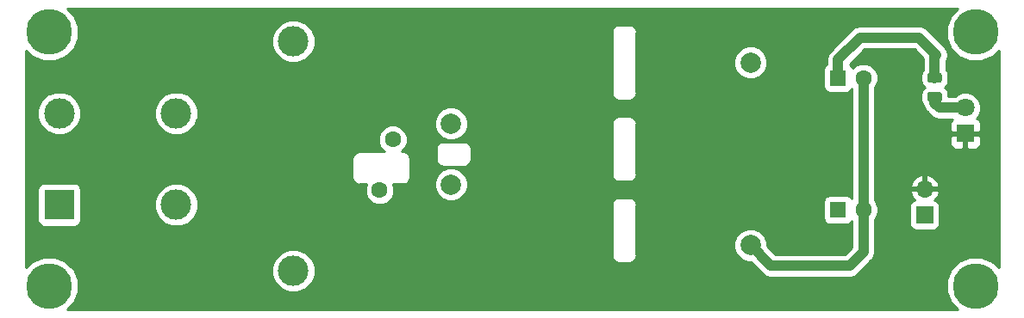
<source format=gbr>
G04 #@! TF.GenerationSoftware,KiCad,Pcbnew,(5.0.1)-3*
G04 #@! TF.CreationDate,2021-02-16T20:13:23+05:45*
G04 #@! TF.ProjectId,Power,506F7765722E6B696361645F70636200,rev?*
G04 #@! TF.SameCoordinates,Original*
G04 #@! TF.FileFunction,Copper,L1,Top,Signal*
G04 #@! TF.FilePolarity,Positive*
%FSLAX46Y46*%
G04 Gerber Fmt 4.6, Leading zero omitted, Abs format (unit mm)*
G04 Created by KiCad (PCBNEW (5.0.1)-3) date 2/16/2021 8:13:23 PM*
%MOMM*%
%LPD*%
G01*
G04 APERTURE LIST*
G04 #@! TA.AperFunction,WasherPad*
%ADD10C,4.500000*%
G04 #@! TD*
G04 #@! TA.AperFunction,ComponentPad*
%ADD11C,3.000000*%
G04 #@! TD*
G04 #@! TA.AperFunction,Conductor*
%ADD12C,0.100000*%
G04 #@! TD*
G04 #@! TA.AperFunction,SMDPad,CuDef*
%ADD13C,0.975000*%
G04 #@! TD*
G04 #@! TA.AperFunction,ComponentPad*
%ADD14C,1.600000*%
G04 #@! TD*
G04 #@! TA.AperFunction,ComponentPad*
%ADD15R,1.700000X1.700000*%
G04 #@! TD*
G04 #@! TA.AperFunction,ComponentPad*
%ADD16O,1.700000X1.700000*%
G04 #@! TD*
G04 #@! TA.AperFunction,ComponentPad*
%ADD17R,1.600000X1.600000*%
G04 #@! TD*
G04 #@! TA.AperFunction,ComponentPad*
%ADD18R,1.800000X1.800000*%
G04 #@! TD*
G04 #@! TA.AperFunction,ComponentPad*
%ADD19C,1.800000*%
G04 #@! TD*
G04 #@! TA.AperFunction,ComponentPad*
%ADD20R,3.000000X3.000000*%
G04 #@! TD*
G04 #@! TA.AperFunction,ComponentPad*
%ADD21C,2.000000*%
G04 #@! TD*
G04 #@! TA.AperFunction,Conductor*
%ADD22C,1.000000*%
G04 #@! TD*
G04 #@! TA.AperFunction,Conductor*
%ADD23C,0.254000*%
G04 #@! TD*
G04 APERTURE END LIST*
D10*
G04 #@! TO.P,MH2,*
G04 #@! TO.N,*
X148000000Y-68000000D03*
G04 #@! TD*
G04 #@! TO.P,MH2,*
G04 #@! TO.N,*
X239000000Y-68000000D03*
G04 #@! TD*
G04 #@! TO.P,MH2,*
G04 #@! TO.N,*
X239000000Y-43000000D03*
G04 #@! TD*
D11*
G04 #@! TO.P,F1,1*
G04 #@! TO.N,Net-(F1-Pad1)*
X172000000Y-66500000D03*
G04 #@! TO.P,F1,2*
G04 #@! TO.N,Net-(F1-Pad2)*
X172000000Y-43900000D03*
G04 #@! TD*
D12*
G04 #@! TO.N,5V*
G04 #@! TO.C,R1*
G36*
X235480142Y-47013674D02*
X235503803Y-47017184D01*
X235527007Y-47022996D01*
X235549529Y-47031054D01*
X235571153Y-47041282D01*
X235591670Y-47053579D01*
X235610883Y-47067829D01*
X235628607Y-47083893D01*
X235644671Y-47101617D01*
X235658921Y-47120830D01*
X235671218Y-47141347D01*
X235681446Y-47162971D01*
X235689504Y-47185493D01*
X235695316Y-47208697D01*
X235698826Y-47232358D01*
X235700000Y-47256250D01*
X235700000Y-47743750D01*
X235698826Y-47767642D01*
X235695316Y-47791303D01*
X235689504Y-47814507D01*
X235681446Y-47837029D01*
X235671218Y-47858653D01*
X235658921Y-47879170D01*
X235644671Y-47898383D01*
X235628607Y-47916107D01*
X235610883Y-47932171D01*
X235591670Y-47946421D01*
X235571153Y-47958718D01*
X235549529Y-47968946D01*
X235527007Y-47977004D01*
X235503803Y-47982816D01*
X235480142Y-47986326D01*
X235456250Y-47987500D01*
X234543750Y-47987500D01*
X234519858Y-47986326D01*
X234496197Y-47982816D01*
X234472993Y-47977004D01*
X234450471Y-47968946D01*
X234428847Y-47958718D01*
X234408330Y-47946421D01*
X234389117Y-47932171D01*
X234371393Y-47916107D01*
X234355329Y-47898383D01*
X234341079Y-47879170D01*
X234328782Y-47858653D01*
X234318554Y-47837029D01*
X234310496Y-47814507D01*
X234304684Y-47791303D01*
X234301174Y-47767642D01*
X234300000Y-47743750D01*
X234300000Y-47256250D01*
X234301174Y-47232358D01*
X234304684Y-47208697D01*
X234310496Y-47185493D01*
X234318554Y-47162971D01*
X234328782Y-47141347D01*
X234341079Y-47120830D01*
X234355329Y-47101617D01*
X234371393Y-47083893D01*
X234389117Y-47067829D01*
X234408330Y-47053579D01*
X234428847Y-47041282D01*
X234450471Y-47031054D01*
X234472993Y-47022996D01*
X234496197Y-47017184D01*
X234519858Y-47013674D01*
X234543750Y-47012500D01*
X235456250Y-47012500D01*
X235480142Y-47013674D01*
X235480142Y-47013674D01*
G37*
D13*
G04 #@! TD*
G04 #@! TO.P,R1,1*
G04 #@! TO.N,5V*
X235000000Y-47500000D03*
D12*
G04 #@! TO.N,Net-(D1-Pad2)*
G04 #@! TO.C,R1*
G36*
X235480142Y-48888674D02*
X235503803Y-48892184D01*
X235527007Y-48897996D01*
X235549529Y-48906054D01*
X235571153Y-48916282D01*
X235591670Y-48928579D01*
X235610883Y-48942829D01*
X235628607Y-48958893D01*
X235644671Y-48976617D01*
X235658921Y-48995830D01*
X235671218Y-49016347D01*
X235681446Y-49037971D01*
X235689504Y-49060493D01*
X235695316Y-49083697D01*
X235698826Y-49107358D01*
X235700000Y-49131250D01*
X235700000Y-49618750D01*
X235698826Y-49642642D01*
X235695316Y-49666303D01*
X235689504Y-49689507D01*
X235681446Y-49712029D01*
X235671218Y-49733653D01*
X235658921Y-49754170D01*
X235644671Y-49773383D01*
X235628607Y-49791107D01*
X235610883Y-49807171D01*
X235591670Y-49821421D01*
X235571153Y-49833718D01*
X235549529Y-49843946D01*
X235527007Y-49852004D01*
X235503803Y-49857816D01*
X235480142Y-49861326D01*
X235456250Y-49862500D01*
X234543750Y-49862500D01*
X234519858Y-49861326D01*
X234496197Y-49857816D01*
X234472993Y-49852004D01*
X234450471Y-49843946D01*
X234428847Y-49833718D01*
X234408330Y-49821421D01*
X234389117Y-49807171D01*
X234371393Y-49791107D01*
X234355329Y-49773383D01*
X234341079Y-49754170D01*
X234328782Y-49733653D01*
X234318554Y-49712029D01*
X234310496Y-49689507D01*
X234304684Y-49666303D01*
X234301174Y-49642642D01*
X234300000Y-49618750D01*
X234300000Y-49131250D01*
X234301174Y-49107358D01*
X234304684Y-49083697D01*
X234310496Y-49060493D01*
X234318554Y-49037971D01*
X234328782Y-49016347D01*
X234341079Y-48995830D01*
X234355329Y-48976617D01*
X234371393Y-48958893D01*
X234389117Y-48942829D01*
X234408330Y-48928579D01*
X234428847Y-48916282D01*
X234450471Y-48906054D01*
X234472993Y-48897996D01*
X234496197Y-48892184D01*
X234519858Y-48888674D01*
X234543750Y-48887500D01*
X235456250Y-48887500D01*
X235480142Y-48888674D01*
X235480142Y-48888674D01*
G37*
D13*
G04 #@! TD*
G04 #@! TO.P,R1,2*
G04 #@! TO.N,Net-(D1-Pad2)*
X235000000Y-49375000D03*
D14*
G04 #@! TO.P,RV1,1*
G04 #@! TO.N,Net-(F1-Pad1)*
X180480000Y-58590000D03*
G04 #@! TO.P,RV1,2*
G04 #@! TO.N,Net-(J2-Pad1)*
X181780000Y-53590000D03*
G04 #@! TD*
D15*
G04 #@! TO.P,J1,1*
G04 #@! TO.N,5V*
X234000000Y-61000000D03*
D16*
G04 #@! TO.P,J1,2*
G04 #@! TO.N,GND*
X234000000Y-58460000D03*
G04 #@! TD*
D17*
G04 #@! TO.P,C1,1*
G04 #@! TO.N,5V*
X225500000Y-47500000D03*
D14*
G04 #@! TO.P,C1,2*
G04 #@! TO.N,Net-(C1-Pad2)*
X228000000Y-47500000D03*
G04 #@! TD*
G04 #@! TO.P,C2,2*
G04 #@! TO.N,Net-(C1-Pad2)*
X228000000Y-60500000D03*
D17*
G04 #@! TO.P,C2,1*
G04 #@! TO.N,5V*
X225500000Y-60500000D03*
G04 #@! TD*
D18*
G04 #@! TO.P,D1,1*
G04 #@! TO.N,GND*
X238000000Y-53000000D03*
D19*
G04 #@! TO.P,D1,2*
G04 #@! TO.N,Net-(D1-Pad2)*
X238000000Y-50460000D03*
G04 #@! TD*
D20*
G04 #@! TO.P,J2,1*
G04 #@! TO.N,Net-(J2-Pad1)*
X149000000Y-60000000D03*
D11*
G04 #@! TO.P,J2,2*
G04 #@! TO.N,Net-(F1-Pad2)*
X149000000Y-51000000D03*
G04 #@! TO.P,J2,1*
G04 #@! TO.N,Net-(J2-Pad1)*
X160500000Y-60000000D03*
G04 #@! TO.P,J2,2*
G04 #@! TO.N,Net-(F1-Pad2)*
X160500000Y-51000000D03*
G04 #@! TD*
D21*
G04 #@! TO.P,PS1,4*
G04 #@! TO.N,5V*
X216900000Y-46000000D03*
G04 #@! TO.P,PS1,3*
G04 #@! TO.N,Net-(C1-Pad2)*
X216900000Y-64000000D03*
G04 #@! TO.P,PS1,2*
G04 #@! TO.N,Net-(F1-Pad1)*
X187500000Y-52000000D03*
G04 #@! TO.P,PS1,1*
G04 #@! TO.N,Net-(J2-Pad1)*
X187500000Y-58000000D03*
G04 #@! TD*
D10*
G04 #@! TO.P,MH1,*
G04 #@! TO.N,*
X148000000Y-43000000D03*
G04 #@! TD*
D22*
G04 #@! TO.N,Net-(C1-Pad2)*
X228000000Y-47500000D02*
X228000000Y-60500000D01*
X228000000Y-64650000D02*
X228000000Y-60500000D01*
X226630000Y-66020000D02*
X228000000Y-64650000D01*
X216900000Y-64000000D02*
X218920000Y-66020000D01*
X218920000Y-66020000D02*
X226630000Y-66020000D01*
G04 #@! TO.N,5V*
X225500000Y-45700000D02*
X227650000Y-43550000D01*
X225500000Y-47500000D02*
X225500000Y-45700000D01*
X227650000Y-43550000D02*
X233460000Y-43550000D01*
X233460000Y-43550000D02*
X235140000Y-45230000D01*
X235000000Y-45370000D02*
X235000000Y-47500000D01*
X235140000Y-45230000D02*
X235000000Y-45370000D01*
G04 #@! TO.N,Net-(D1-Pad2)*
X235000000Y-49375000D02*
X235000000Y-50000000D01*
X235460000Y-50460000D02*
X238000000Y-50460000D01*
X235000000Y-50000000D02*
X235460000Y-50460000D01*
G04 #@! TD*
D23*
G04 #@! TO.N,GND*
G36*
X236554216Y-41365779D02*
X236115000Y-42426138D01*
X236115000Y-43573862D01*
X236554216Y-44634221D01*
X237365779Y-45445784D01*
X238426138Y-45885000D01*
X239573862Y-45885000D01*
X240634221Y-45445784D01*
X241290000Y-44790005D01*
X241290001Y-66209996D01*
X240634221Y-65554216D01*
X239573862Y-65115000D01*
X238426138Y-65115000D01*
X237365779Y-65554216D01*
X236554216Y-66365779D01*
X236115000Y-67426138D01*
X236115000Y-68573862D01*
X236554216Y-69634221D01*
X237209995Y-70290000D01*
X149790005Y-70290000D01*
X150445784Y-69634221D01*
X150885000Y-68573862D01*
X150885000Y-67426138D01*
X150445784Y-66365779D01*
X150155327Y-66075322D01*
X169865000Y-66075322D01*
X169865000Y-66924678D01*
X170190034Y-67709380D01*
X170790620Y-68309966D01*
X171575322Y-68635000D01*
X172424678Y-68635000D01*
X173209380Y-68309966D01*
X173809966Y-67709380D01*
X174135000Y-66924678D01*
X174135000Y-66075322D01*
X173809966Y-65290620D01*
X173209380Y-64690034D01*
X172424678Y-64365000D01*
X171575322Y-64365000D01*
X170790620Y-64690034D01*
X170190034Y-65290620D01*
X169865000Y-66075322D01*
X150155327Y-66075322D01*
X149634221Y-65554216D01*
X148573862Y-65115000D01*
X147426138Y-65115000D01*
X146365779Y-65554216D01*
X145710000Y-66209995D01*
X145710000Y-58500000D01*
X146852560Y-58500000D01*
X146852560Y-61500000D01*
X146901843Y-61747765D01*
X147042191Y-61957809D01*
X147252235Y-62098157D01*
X147500000Y-62147440D01*
X150500000Y-62147440D01*
X150747765Y-62098157D01*
X150957809Y-61957809D01*
X151098157Y-61747765D01*
X151147440Y-61500000D01*
X151147440Y-59575322D01*
X158365000Y-59575322D01*
X158365000Y-60424678D01*
X158690034Y-61209380D01*
X159290620Y-61809966D01*
X160075322Y-62135000D01*
X160924678Y-62135000D01*
X161709380Y-61809966D01*
X162309966Y-61209380D01*
X162635000Y-60424678D01*
X162635000Y-59575322D01*
X162309966Y-58790620D01*
X161709380Y-58190034D01*
X160924678Y-57865000D01*
X160075322Y-57865000D01*
X159290620Y-58190034D01*
X158690034Y-58790620D01*
X158365000Y-59575322D01*
X151147440Y-59575322D01*
X151147440Y-58500000D01*
X151098157Y-58252235D01*
X150957809Y-58042191D01*
X150747765Y-57901843D01*
X150500000Y-57852560D01*
X147500000Y-57852560D01*
X147252235Y-57901843D01*
X147042191Y-58042191D01*
X146901843Y-58252235D01*
X146852560Y-58500000D01*
X145710000Y-58500000D01*
X145710000Y-55500000D01*
X177750601Y-55500000D01*
X177765001Y-55572393D01*
X177765000Y-57177611D01*
X177750601Y-57250000D01*
X177807646Y-57536783D01*
X177912078Y-57693076D01*
X177970095Y-57779905D01*
X178213217Y-57942354D01*
X178500000Y-57999399D01*
X178572388Y-57985000D01*
X179177367Y-57985000D01*
X179045000Y-58304561D01*
X179045000Y-58875439D01*
X179263466Y-59402862D01*
X179667138Y-59806534D01*
X180194561Y-60025000D01*
X180765439Y-60025000D01*
X180825794Y-60000000D01*
X203276091Y-60000000D01*
X203290001Y-60069931D01*
X203290000Y-64930074D01*
X203276091Y-65000000D01*
X203331195Y-65277028D01*
X203488119Y-65511881D01*
X203722972Y-65668805D01*
X204000000Y-65723909D01*
X204069925Y-65710000D01*
X204930075Y-65710000D01*
X205000000Y-65723909D01*
X205277028Y-65668805D01*
X205511881Y-65511881D01*
X205668805Y-65277028D01*
X205710000Y-65069926D01*
X205710000Y-65069925D01*
X205723909Y-65000000D01*
X205710000Y-64930074D01*
X205710000Y-63674778D01*
X215265000Y-63674778D01*
X215265000Y-64325222D01*
X215513914Y-64926153D01*
X215973847Y-65386086D01*
X216574778Y-65635000D01*
X216929869Y-65635000D01*
X218038389Y-66743521D01*
X218101711Y-66838289D01*
X218477145Y-67089146D01*
X218808217Y-67155000D01*
X218919999Y-67177235D01*
X219031781Y-67155000D01*
X226518217Y-67155000D01*
X226630000Y-67177235D01*
X226741783Y-67155000D01*
X227072855Y-67089146D01*
X227448289Y-66838289D01*
X227511612Y-66743519D01*
X228723524Y-65531609D01*
X228818289Y-65468289D01*
X229069146Y-65092855D01*
X229135000Y-64761783D01*
X229135000Y-64761782D01*
X229157235Y-64650000D01*
X229135000Y-64538217D01*
X229135000Y-61394396D01*
X229216534Y-61312862D01*
X229435000Y-60785439D01*
X229435000Y-60214561D01*
X229408258Y-60150000D01*
X232502560Y-60150000D01*
X232502560Y-61850000D01*
X232551843Y-62097765D01*
X232692191Y-62307809D01*
X232902235Y-62448157D01*
X233150000Y-62497440D01*
X234850000Y-62497440D01*
X235097765Y-62448157D01*
X235307809Y-62307809D01*
X235448157Y-62097765D01*
X235497440Y-61850000D01*
X235497440Y-60150000D01*
X235448157Y-59902235D01*
X235307809Y-59692191D01*
X235097765Y-59551843D01*
X234994292Y-59531261D01*
X235271645Y-59226924D01*
X235441476Y-58816890D01*
X235320155Y-58587000D01*
X234127000Y-58587000D01*
X234127000Y-58607000D01*
X233873000Y-58607000D01*
X233873000Y-58587000D01*
X232679845Y-58587000D01*
X232558524Y-58816890D01*
X232728355Y-59226924D01*
X233005708Y-59531261D01*
X232902235Y-59551843D01*
X232692191Y-59692191D01*
X232551843Y-59902235D01*
X232502560Y-60150000D01*
X229408258Y-60150000D01*
X229216534Y-59687138D01*
X229135000Y-59605604D01*
X229135000Y-58103110D01*
X232558524Y-58103110D01*
X232679845Y-58333000D01*
X233873000Y-58333000D01*
X233873000Y-57139181D01*
X234127000Y-57139181D01*
X234127000Y-58333000D01*
X235320155Y-58333000D01*
X235441476Y-58103110D01*
X235271645Y-57693076D01*
X234881358Y-57264817D01*
X234356892Y-57018514D01*
X234127000Y-57139181D01*
X233873000Y-57139181D01*
X233643108Y-57018514D01*
X233118642Y-57264817D01*
X232728355Y-57693076D01*
X232558524Y-58103110D01*
X229135000Y-58103110D01*
X229135000Y-53285750D01*
X236465000Y-53285750D01*
X236465000Y-54026309D01*
X236561673Y-54259698D01*
X236740301Y-54438327D01*
X236973690Y-54535000D01*
X237714250Y-54535000D01*
X237873000Y-54376250D01*
X237873000Y-53127000D01*
X238127000Y-53127000D01*
X238127000Y-54376250D01*
X238285750Y-54535000D01*
X239026310Y-54535000D01*
X239259699Y-54438327D01*
X239438327Y-54259698D01*
X239535000Y-54026309D01*
X239535000Y-53285750D01*
X239376250Y-53127000D01*
X238127000Y-53127000D01*
X237873000Y-53127000D01*
X236623750Y-53127000D01*
X236465000Y-53285750D01*
X229135000Y-53285750D01*
X229135000Y-48394396D01*
X229216534Y-48312862D01*
X229435000Y-47785439D01*
X229435000Y-47214561D01*
X229216534Y-46687138D01*
X228812862Y-46283466D01*
X228285439Y-46065000D01*
X227714561Y-46065000D01*
X227187138Y-46283466D01*
X226918101Y-46552503D01*
X226898157Y-46452235D01*
X226757809Y-46242191D01*
X226640994Y-46164137D01*
X228120132Y-44685000D01*
X232989869Y-44685000D01*
X233865000Y-45560132D01*
X233865001Y-46698794D01*
X233720398Y-46915206D01*
X233652560Y-47256250D01*
X233652560Y-47743750D01*
X233720398Y-48084794D01*
X233913584Y-48373916D01*
X234008744Y-48437500D01*
X233913584Y-48501084D01*
X233720398Y-48790206D01*
X233652560Y-49131250D01*
X233652560Y-49618750D01*
X233720398Y-49959794D01*
X233883246Y-50203512D01*
X233930854Y-50442855D01*
X234181712Y-50818289D01*
X234276480Y-50881611D01*
X234578387Y-51183518D01*
X234641711Y-51278289D01*
X235017145Y-51529146D01*
X235348217Y-51595000D01*
X235459999Y-51617235D01*
X235571781Y-51595000D01*
X236706974Y-51595000D01*
X236561673Y-51740302D01*
X236465000Y-51973691D01*
X236465000Y-52714250D01*
X236623750Y-52873000D01*
X237873000Y-52873000D01*
X237873000Y-52853000D01*
X238127000Y-52853000D01*
X238127000Y-52873000D01*
X239376250Y-52873000D01*
X239535000Y-52714250D01*
X239535000Y-51973691D01*
X239438327Y-51740302D01*
X239259699Y-51561673D01*
X239124956Y-51505861D01*
X239301310Y-51329507D01*
X239535000Y-50765330D01*
X239535000Y-50154670D01*
X239301310Y-49590493D01*
X238869507Y-49158690D01*
X238305330Y-48925000D01*
X237694670Y-48925000D01*
X237130493Y-49158690D01*
X236964183Y-49325000D01*
X236347440Y-49325000D01*
X236347440Y-49131250D01*
X236279602Y-48790206D01*
X236086416Y-48501084D01*
X235991256Y-48437500D01*
X236086416Y-48373916D01*
X236279602Y-48084794D01*
X236347440Y-47743750D01*
X236347440Y-47256250D01*
X236279602Y-46915206D01*
X236135000Y-46698795D01*
X236135000Y-45783821D01*
X236209146Y-45672854D01*
X236297235Y-45230000D01*
X236209146Y-44787145D01*
X236021608Y-44506476D01*
X236021607Y-44506475D01*
X235958288Y-44411712D01*
X235863525Y-44348393D01*
X234341613Y-42826482D01*
X234278289Y-42731711D01*
X233902855Y-42480854D01*
X233571783Y-42415000D01*
X233460000Y-42392765D01*
X233348217Y-42415000D01*
X227761782Y-42415000D01*
X227649999Y-42392765D01*
X227207145Y-42480854D01*
X226831711Y-42731711D01*
X226768389Y-42826479D01*
X224776480Y-44818389D01*
X224681712Y-44881711D01*
X224496085Y-45159522D01*
X224430854Y-45257146D01*
X224342765Y-45700000D01*
X224365001Y-45811788D01*
X224365001Y-46160132D01*
X224242191Y-46242191D01*
X224101843Y-46452235D01*
X224052560Y-46700000D01*
X224052560Y-48300000D01*
X224101843Y-48547765D01*
X224242191Y-48757809D01*
X224452235Y-48898157D01*
X224700000Y-48947440D01*
X226300000Y-48947440D01*
X226547765Y-48898157D01*
X226757809Y-48757809D01*
X226865000Y-48597387D01*
X226865001Y-59402614D01*
X226757809Y-59242191D01*
X226547765Y-59101843D01*
X226300000Y-59052560D01*
X224700000Y-59052560D01*
X224452235Y-59101843D01*
X224242191Y-59242191D01*
X224101843Y-59452235D01*
X224052560Y-59700000D01*
X224052560Y-61300000D01*
X224101843Y-61547765D01*
X224242191Y-61757809D01*
X224452235Y-61898157D01*
X224700000Y-61947440D01*
X226300000Y-61947440D01*
X226547765Y-61898157D01*
X226757809Y-61757809D01*
X226865001Y-61597386D01*
X226865000Y-64179867D01*
X226159868Y-64885000D01*
X219390132Y-64885000D01*
X218535000Y-64029869D01*
X218535000Y-63674778D01*
X218286086Y-63073847D01*
X217826153Y-62613914D01*
X217225222Y-62365000D01*
X216574778Y-62365000D01*
X215973847Y-62613914D01*
X215513914Y-63073847D01*
X215265000Y-63674778D01*
X205710000Y-63674778D01*
X205710000Y-60069926D01*
X205723909Y-60000000D01*
X205704314Y-59901486D01*
X205668805Y-59722972D01*
X205511881Y-59488119D01*
X205277028Y-59331195D01*
X205069926Y-59290000D01*
X205069925Y-59290000D01*
X205000000Y-59276091D01*
X204930074Y-59290000D01*
X204069926Y-59290000D01*
X204000000Y-59276091D01*
X203930075Y-59290000D01*
X203930074Y-59290000D01*
X203722972Y-59331195D01*
X203488119Y-59488119D01*
X203331195Y-59722972D01*
X203276091Y-60000000D01*
X180825794Y-60000000D01*
X181292862Y-59806534D01*
X181696534Y-59402862D01*
X181915000Y-58875439D01*
X181915000Y-58304561D01*
X181782633Y-57985000D01*
X182677612Y-57985000D01*
X182750000Y-57999399D01*
X182822388Y-57985000D01*
X183036783Y-57942354D01*
X183279905Y-57779905D01*
X183350148Y-57674778D01*
X185865000Y-57674778D01*
X185865000Y-58325222D01*
X186113914Y-58926153D01*
X186573847Y-59386086D01*
X187174778Y-59635000D01*
X187825222Y-59635000D01*
X188426153Y-59386086D01*
X188886086Y-58926153D01*
X189135000Y-58325222D01*
X189135000Y-57674778D01*
X188886086Y-57073847D01*
X188426153Y-56613914D01*
X187825222Y-56365000D01*
X187174778Y-56365000D01*
X186573847Y-56613914D01*
X186113914Y-57073847D01*
X185865000Y-57674778D01*
X183350148Y-57674778D01*
X183442354Y-57536783D01*
X183499399Y-57250000D01*
X183485000Y-57177612D01*
X183485000Y-55572387D01*
X183499399Y-55500000D01*
X183442354Y-55213217D01*
X183279905Y-54970095D01*
X183036783Y-54807646D01*
X182822388Y-54765000D01*
X182750000Y-54750601D01*
X182677612Y-54765000D01*
X182634396Y-54765000D01*
X182899396Y-54500000D01*
X186000601Y-54500000D01*
X186015001Y-54572393D01*
X186015000Y-55427611D01*
X186000601Y-55500000D01*
X186057646Y-55786783D01*
X186220095Y-56029905D01*
X186463217Y-56192354D01*
X186750000Y-56249399D01*
X186822388Y-56235000D01*
X188677612Y-56235000D01*
X188750000Y-56249399D01*
X188822388Y-56235000D01*
X189036783Y-56192354D01*
X189279905Y-56029905D01*
X189442354Y-55786783D01*
X189499399Y-55500000D01*
X189485000Y-55427612D01*
X189485000Y-54572388D01*
X189499399Y-54500000D01*
X189442354Y-54213217D01*
X189279905Y-53970095D01*
X189036783Y-53807646D01*
X188822388Y-53765000D01*
X188750000Y-53750601D01*
X188677612Y-53765000D01*
X186822388Y-53765000D01*
X186750000Y-53750601D01*
X186677612Y-53765000D01*
X186463217Y-53807646D01*
X186220095Y-53970095D01*
X186057646Y-54213217D01*
X186000601Y-54500000D01*
X182899396Y-54500000D01*
X182996534Y-54402862D01*
X183215000Y-53875439D01*
X183215000Y-53304561D01*
X182996534Y-52777138D01*
X182592862Y-52373466D01*
X182065439Y-52155000D01*
X181494561Y-52155000D01*
X180967138Y-52373466D01*
X180563466Y-52777138D01*
X180345000Y-53304561D01*
X180345000Y-53875439D01*
X180563466Y-54402862D01*
X180925604Y-54765000D01*
X178572388Y-54765000D01*
X178500000Y-54750601D01*
X178427612Y-54765000D01*
X178213217Y-54807646D01*
X177970095Y-54970095D01*
X177807646Y-55213217D01*
X177750601Y-55500000D01*
X145710000Y-55500000D01*
X145710000Y-50575322D01*
X146865000Y-50575322D01*
X146865000Y-51424678D01*
X147190034Y-52209380D01*
X147790620Y-52809966D01*
X148575322Y-53135000D01*
X149424678Y-53135000D01*
X150209380Y-52809966D01*
X150809966Y-52209380D01*
X151135000Y-51424678D01*
X151135000Y-50575322D01*
X158365000Y-50575322D01*
X158365000Y-51424678D01*
X158690034Y-52209380D01*
X159290620Y-52809966D01*
X160075322Y-53135000D01*
X160924678Y-53135000D01*
X161709380Y-52809966D01*
X162309966Y-52209380D01*
X162531405Y-51674778D01*
X185865000Y-51674778D01*
X185865000Y-52325222D01*
X186113914Y-52926153D01*
X186573847Y-53386086D01*
X187174778Y-53635000D01*
X187825222Y-53635000D01*
X188426153Y-53386086D01*
X188886086Y-52926153D01*
X189135000Y-52325222D01*
X189135000Y-52000000D01*
X203276091Y-52000000D01*
X203290001Y-52069931D01*
X203290000Y-56930074D01*
X203276091Y-57000000D01*
X203331195Y-57277028D01*
X203488119Y-57511881D01*
X203722972Y-57668805D01*
X204000000Y-57723909D01*
X204069925Y-57710000D01*
X204930075Y-57710000D01*
X205000000Y-57723909D01*
X205277028Y-57668805D01*
X205511881Y-57511881D01*
X205668805Y-57277028D01*
X205710000Y-57069926D01*
X205710000Y-57069925D01*
X205723909Y-57000000D01*
X205710000Y-56930074D01*
X205710000Y-52069926D01*
X205723909Y-52000000D01*
X205668805Y-51722972D01*
X205511881Y-51488119D01*
X205277028Y-51331195D01*
X205069926Y-51290000D01*
X205069925Y-51290000D01*
X205000000Y-51276091D01*
X204930074Y-51290000D01*
X204069926Y-51290000D01*
X204000000Y-51276091D01*
X203930075Y-51290000D01*
X203930074Y-51290000D01*
X203722972Y-51331195D01*
X203488119Y-51488119D01*
X203331195Y-51722972D01*
X203276091Y-52000000D01*
X189135000Y-52000000D01*
X189135000Y-51674778D01*
X188886086Y-51073847D01*
X188426153Y-50613914D01*
X187825222Y-50365000D01*
X187174778Y-50365000D01*
X186573847Y-50613914D01*
X186113914Y-51073847D01*
X185865000Y-51674778D01*
X162531405Y-51674778D01*
X162635000Y-51424678D01*
X162635000Y-50575322D01*
X162309966Y-49790620D01*
X161709380Y-49190034D01*
X160924678Y-48865000D01*
X160075322Y-48865000D01*
X159290620Y-49190034D01*
X158690034Y-49790620D01*
X158365000Y-50575322D01*
X151135000Y-50575322D01*
X150809966Y-49790620D01*
X150209380Y-49190034D01*
X149424678Y-48865000D01*
X148575322Y-48865000D01*
X147790620Y-49190034D01*
X147190034Y-49790620D01*
X146865000Y-50575322D01*
X145710000Y-50575322D01*
X145710000Y-44790005D01*
X146365779Y-45445784D01*
X147426138Y-45885000D01*
X148573862Y-45885000D01*
X149634221Y-45445784D01*
X150445784Y-44634221D01*
X150885000Y-43573862D01*
X150885000Y-43475322D01*
X169865000Y-43475322D01*
X169865000Y-44324678D01*
X170190034Y-45109380D01*
X170790620Y-45709966D01*
X171575322Y-46035000D01*
X172424678Y-46035000D01*
X173209380Y-45709966D01*
X173809966Y-45109380D01*
X174135000Y-44324678D01*
X174135000Y-43475322D01*
X173938116Y-43000000D01*
X203276091Y-43000000D01*
X203290001Y-43069931D01*
X203290000Y-48930074D01*
X203276091Y-49000000D01*
X203331195Y-49277028D01*
X203488119Y-49511881D01*
X203648060Y-49618750D01*
X203722972Y-49668805D01*
X204000000Y-49723909D01*
X204069925Y-49710000D01*
X204930075Y-49710000D01*
X205000000Y-49723909D01*
X205277028Y-49668805D01*
X205511881Y-49511881D01*
X205668805Y-49277028D01*
X205710000Y-49069926D01*
X205710000Y-49069925D01*
X205723909Y-49000000D01*
X205710000Y-48930074D01*
X205710000Y-45674778D01*
X215265000Y-45674778D01*
X215265000Y-46325222D01*
X215513914Y-46926153D01*
X215973847Y-47386086D01*
X216574778Y-47635000D01*
X217225222Y-47635000D01*
X217826153Y-47386086D01*
X218286086Y-46926153D01*
X218535000Y-46325222D01*
X218535000Y-45674778D01*
X218286086Y-45073847D01*
X217826153Y-44613914D01*
X217225222Y-44365000D01*
X216574778Y-44365000D01*
X215973847Y-44613914D01*
X215513914Y-45073847D01*
X215265000Y-45674778D01*
X205710000Y-45674778D01*
X205710000Y-43069926D01*
X205723909Y-43000000D01*
X205668805Y-42722972D01*
X205511881Y-42488119D01*
X205277028Y-42331195D01*
X205069926Y-42290000D01*
X205069925Y-42290000D01*
X205000000Y-42276091D01*
X204930074Y-42290000D01*
X204069926Y-42290000D01*
X204000000Y-42276091D01*
X203930075Y-42290000D01*
X203930074Y-42290000D01*
X203722972Y-42331195D01*
X203488119Y-42488119D01*
X203331195Y-42722972D01*
X203276091Y-43000000D01*
X173938116Y-43000000D01*
X173809966Y-42690620D01*
X173209380Y-42090034D01*
X172424678Y-41765000D01*
X171575322Y-41765000D01*
X170790620Y-42090034D01*
X170190034Y-42690620D01*
X169865000Y-43475322D01*
X150885000Y-43475322D01*
X150885000Y-42426138D01*
X150445784Y-41365779D01*
X149790005Y-40710000D01*
X237209995Y-40710000D01*
X236554216Y-41365779D01*
X236554216Y-41365779D01*
G37*
X236554216Y-41365779D02*
X236115000Y-42426138D01*
X236115000Y-43573862D01*
X236554216Y-44634221D01*
X237365779Y-45445784D01*
X238426138Y-45885000D01*
X239573862Y-45885000D01*
X240634221Y-45445784D01*
X241290000Y-44790005D01*
X241290001Y-66209996D01*
X240634221Y-65554216D01*
X239573862Y-65115000D01*
X238426138Y-65115000D01*
X237365779Y-65554216D01*
X236554216Y-66365779D01*
X236115000Y-67426138D01*
X236115000Y-68573862D01*
X236554216Y-69634221D01*
X237209995Y-70290000D01*
X149790005Y-70290000D01*
X150445784Y-69634221D01*
X150885000Y-68573862D01*
X150885000Y-67426138D01*
X150445784Y-66365779D01*
X150155327Y-66075322D01*
X169865000Y-66075322D01*
X169865000Y-66924678D01*
X170190034Y-67709380D01*
X170790620Y-68309966D01*
X171575322Y-68635000D01*
X172424678Y-68635000D01*
X173209380Y-68309966D01*
X173809966Y-67709380D01*
X174135000Y-66924678D01*
X174135000Y-66075322D01*
X173809966Y-65290620D01*
X173209380Y-64690034D01*
X172424678Y-64365000D01*
X171575322Y-64365000D01*
X170790620Y-64690034D01*
X170190034Y-65290620D01*
X169865000Y-66075322D01*
X150155327Y-66075322D01*
X149634221Y-65554216D01*
X148573862Y-65115000D01*
X147426138Y-65115000D01*
X146365779Y-65554216D01*
X145710000Y-66209995D01*
X145710000Y-58500000D01*
X146852560Y-58500000D01*
X146852560Y-61500000D01*
X146901843Y-61747765D01*
X147042191Y-61957809D01*
X147252235Y-62098157D01*
X147500000Y-62147440D01*
X150500000Y-62147440D01*
X150747765Y-62098157D01*
X150957809Y-61957809D01*
X151098157Y-61747765D01*
X151147440Y-61500000D01*
X151147440Y-59575322D01*
X158365000Y-59575322D01*
X158365000Y-60424678D01*
X158690034Y-61209380D01*
X159290620Y-61809966D01*
X160075322Y-62135000D01*
X160924678Y-62135000D01*
X161709380Y-61809966D01*
X162309966Y-61209380D01*
X162635000Y-60424678D01*
X162635000Y-59575322D01*
X162309966Y-58790620D01*
X161709380Y-58190034D01*
X160924678Y-57865000D01*
X160075322Y-57865000D01*
X159290620Y-58190034D01*
X158690034Y-58790620D01*
X158365000Y-59575322D01*
X151147440Y-59575322D01*
X151147440Y-58500000D01*
X151098157Y-58252235D01*
X150957809Y-58042191D01*
X150747765Y-57901843D01*
X150500000Y-57852560D01*
X147500000Y-57852560D01*
X147252235Y-57901843D01*
X147042191Y-58042191D01*
X146901843Y-58252235D01*
X146852560Y-58500000D01*
X145710000Y-58500000D01*
X145710000Y-55500000D01*
X177750601Y-55500000D01*
X177765001Y-55572393D01*
X177765000Y-57177611D01*
X177750601Y-57250000D01*
X177807646Y-57536783D01*
X177912078Y-57693076D01*
X177970095Y-57779905D01*
X178213217Y-57942354D01*
X178500000Y-57999399D01*
X178572388Y-57985000D01*
X179177367Y-57985000D01*
X179045000Y-58304561D01*
X179045000Y-58875439D01*
X179263466Y-59402862D01*
X179667138Y-59806534D01*
X180194561Y-60025000D01*
X180765439Y-60025000D01*
X180825794Y-60000000D01*
X203276091Y-60000000D01*
X203290001Y-60069931D01*
X203290000Y-64930074D01*
X203276091Y-65000000D01*
X203331195Y-65277028D01*
X203488119Y-65511881D01*
X203722972Y-65668805D01*
X204000000Y-65723909D01*
X204069925Y-65710000D01*
X204930075Y-65710000D01*
X205000000Y-65723909D01*
X205277028Y-65668805D01*
X205511881Y-65511881D01*
X205668805Y-65277028D01*
X205710000Y-65069926D01*
X205710000Y-65069925D01*
X205723909Y-65000000D01*
X205710000Y-64930074D01*
X205710000Y-63674778D01*
X215265000Y-63674778D01*
X215265000Y-64325222D01*
X215513914Y-64926153D01*
X215973847Y-65386086D01*
X216574778Y-65635000D01*
X216929869Y-65635000D01*
X218038389Y-66743521D01*
X218101711Y-66838289D01*
X218477145Y-67089146D01*
X218808217Y-67155000D01*
X218919999Y-67177235D01*
X219031781Y-67155000D01*
X226518217Y-67155000D01*
X226630000Y-67177235D01*
X226741783Y-67155000D01*
X227072855Y-67089146D01*
X227448289Y-66838289D01*
X227511612Y-66743519D01*
X228723524Y-65531609D01*
X228818289Y-65468289D01*
X229069146Y-65092855D01*
X229135000Y-64761783D01*
X229135000Y-64761782D01*
X229157235Y-64650000D01*
X229135000Y-64538217D01*
X229135000Y-61394396D01*
X229216534Y-61312862D01*
X229435000Y-60785439D01*
X229435000Y-60214561D01*
X229408258Y-60150000D01*
X232502560Y-60150000D01*
X232502560Y-61850000D01*
X232551843Y-62097765D01*
X232692191Y-62307809D01*
X232902235Y-62448157D01*
X233150000Y-62497440D01*
X234850000Y-62497440D01*
X235097765Y-62448157D01*
X235307809Y-62307809D01*
X235448157Y-62097765D01*
X235497440Y-61850000D01*
X235497440Y-60150000D01*
X235448157Y-59902235D01*
X235307809Y-59692191D01*
X235097765Y-59551843D01*
X234994292Y-59531261D01*
X235271645Y-59226924D01*
X235441476Y-58816890D01*
X235320155Y-58587000D01*
X234127000Y-58587000D01*
X234127000Y-58607000D01*
X233873000Y-58607000D01*
X233873000Y-58587000D01*
X232679845Y-58587000D01*
X232558524Y-58816890D01*
X232728355Y-59226924D01*
X233005708Y-59531261D01*
X232902235Y-59551843D01*
X232692191Y-59692191D01*
X232551843Y-59902235D01*
X232502560Y-60150000D01*
X229408258Y-60150000D01*
X229216534Y-59687138D01*
X229135000Y-59605604D01*
X229135000Y-58103110D01*
X232558524Y-58103110D01*
X232679845Y-58333000D01*
X233873000Y-58333000D01*
X233873000Y-57139181D01*
X234127000Y-57139181D01*
X234127000Y-58333000D01*
X235320155Y-58333000D01*
X235441476Y-58103110D01*
X235271645Y-57693076D01*
X234881358Y-57264817D01*
X234356892Y-57018514D01*
X234127000Y-57139181D01*
X233873000Y-57139181D01*
X233643108Y-57018514D01*
X233118642Y-57264817D01*
X232728355Y-57693076D01*
X232558524Y-58103110D01*
X229135000Y-58103110D01*
X229135000Y-53285750D01*
X236465000Y-53285750D01*
X236465000Y-54026309D01*
X236561673Y-54259698D01*
X236740301Y-54438327D01*
X236973690Y-54535000D01*
X237714250Y-54535000D01*
X237873000Y-54376250D01*
X237873000Y-53127000D01*
X238127000Y-53127000D01*
X238127000Y-54376250D01*
X238285750Y-54535000D01*
X239026310Y-54535000D01*
X239259699Y-54438327D01*
X239438327Y-54259698D01*
X239535000Y-54026309D01*
X239535000Y-53285750D01*
X239376250Y-53127000D01*
X238127000Y-53127000D01*
X237873000Y-53127000D01*
X236623750Y-53127000D01*
X236465000Y-53285750D01*
X229135000Y-53285750D01*
X229135000Y-48394396D01*
X229216534Y-48312862D01*
X229435000Y-47785439D01*
X229435000Y-47214561D01*
X229216534Y-46687138D01*
X228812862Y-46283466D01*
X228285439Y-46065000D01*
X227714561Y-46065000D01*
X227187138Y-46283466D01*
X226918101Y-46552503D01*
X226898157Y-46452235D01*
X226757809Y-46242191D01*
X226640994Y-46164137D01*
X228120132Y-44685000D01*
X232989869Y-44685000D01*
X233865000Y-45560132D01*
X233865001Y-46698794D01*
X233720398Y-46915206D01*
X233652560Y-47256250D01*
X233652560Y-47743750D01*
X233720398Y-48084794D01*
X233913584Y-48373916D01*
X234008744Y-48437500D01*
X233913584Y-48501084D01*
X233720398Y-48790206D01*
X233652560Y-49131250D01*
X233652560Y-49618750D01*
X233720398Y-49959794D01*
X233883246Y-50203512D01*
X233930854Y-50442855D01*
X234181712Y-50818289D01*
X234276480Y-50881611D01*
X234578387Y-51183518D01*
X234641711Y-51278289D01*
X235017145Y-51529146D01*
X235348217Y-51595000D01*
X235459999Y-51617235D01*
X235571781Y-51595000D01*
X236706974Y-51595000D01*
X236561673Y-51740302D01*
X236465000Y-51973691D01*
X236465000Y-52714250D01*
X236623750Y-52873000D01*
X237873000Y-52873000D01*
X237873000Y-52853000D01*
X238127000Y-52853000D01*
X238127000Y-52873000D01*
X239376250Y-52873000D01*
X239535000Y-52714250D01*
X239535000Y-51973691D01*
X239438327Y-51740302D01*
X239259699Y-51561673D01*
X239124956Y-51505861D01*
X239301310Y-51329507D01*
X239535000Y-50765330D01*
X239535000Y-50154670D01*
X239301310Y-49590493D01*
X238869507Y-49158690D01*
X238305330Y-48925000D01*
X237694670Y-48925000D01*
X237130493Y-49158690D01*
X236964183Y-49325000D01*
X236347440Y-49325000D01*
X236347440Y-49131250D01*
X236279602Y-48790206D01*
X236086416Y-48501084D01*
X235991256Y-48437500D01*
X236086416Y-48373916D01*
X236279602Y-48084794D01*
X236347440Y-47743750D01*
X236347440Y-47256250D01*
X236279602Y-46915206D01*
X236135000Y-46698795D01*
X236135000Y-45783821D01*
X236209146Y-45672854D01*
X236297235Y-45230000D01*
X236209146Y-44787145D01*
X236021608Y-44506476D01*
X236021607Y-44506475D01*
X235958288Y-44411712D01*
X235863525Y-44348393D01*
X234341613Y-42826482D01*
X234278289Y-42731711D01*
X233902855Y-42480854D01*
X233571783Y-42415000D01*
X233460000Y-42392765D01*
X233348217Y-42415000D01*
X227761782Y-42415000D01*
X227649999Y-42392765D01*
X227207145Y-42480854D01*
X226831711Y-42731711D01*
X226768389Y-42826479D01*
X224776480Y-44818389D01*
X224681712Y-44881711D01*
X224496085Y-45159522D01*
X224430854Y-45257146D01*
X224342765Y-45700000D01*
X224365001Y-45811788D01*
X224365001Y-46160132D01*
X224242191Y-46242191D01*
X224101843Y-46452235D01*
X224052560Y-46700000D01*
X224052560Y-48300000D01*
X224101843Y-48547765D01*
X224242191Y-48757809D01*
X224452235Y-48898157D01*
X224700000Y-48947440D01*
X226300000Y-48947440D01*
X226547765Y-48898157D01*
X226757809Y-48757809D01*
X226865000Y-48597387D01*
X226865001Y-59402614D01*
X226757809Y-59242191D01*
X226547765Y-59101843D01*
X226300000Y-59052560D01*
X224700000Y-59052560D01*
X224452235Y-59101843D01*
X224242191Y-59242191D01*
X224101843Y-59452235D01*
X224052560Y-59700000D01*
X224052560Y-61300000D01*
X224101843Y-61547765D01*
X224242191Y-61757809D01*
X224452235Y-61898157D01*
X224700000Y-61947440D01*
X226300000Y-61947440D01*
X226547765Y-61898157D01*
X226757809Y-61757809D01*
X226865001Y-61597386D01*
X226865000Y-64179867D01*
X226159868Y-64885000D01*
X219390132Y-64885000D01*
X218535000Y-64029869D01*
X218535000Y-63674778D01*
X218286086Y-63073847D01*
X217826153Y-62613914D01*
X217225222Y-62365000D01*
X216574778Y-62365000D01*
X215973847Y-62613914D01*
X215513914Y-63073847D01*
X215265000Y-63674778D01*
X205710000Y-63674778D01*
X205710000Y-60069926D01*
X205723909Y-60000000D01*
X205704314Y-59901486D01*
X205668805Y-59722972D01*
X205511881Y-59488119D01*
X205277028Y-59331195D01*
X205069926Y-59290000D01*
X205069925Y-59290000D01*
X205000000Y-59276091D01*
X204930074Y-59290000D01*
X204069926Y-59290000D01*
X204000000Y-59276091D01*
X203930075Y-59290000D01*
X203930074Y-59290000D01*
X203722972Y-59331195D01*
X203488119Y-59488119D01*
X203331195Y-59722972D01*
X203276091Y-60000000D01*
X180825794Y-60000000D01*
X181292862Y-59806534D01*
X181696534Y-59402862D01*
X181915000Y-58875439D01*
X181915000Y-58304561D01*
X181782633Y-57985000D01*
X182677612Y-57985000D01*
X182750000Y-57999399D01*
X182822388Y-57985000D01*
X183036783Y-57942354D01*
X183279905Y-57779905D01*
X183350148Y-57674778D01*
X185865000Y-57674778D01*
X185865000Y-58325222D01*
X186113914Y-58926153D01*
X186573847Y-59386086D01*
X187174778Y-59635000D01*
X187825222Y-59635000D01*
X188426153Y-59386086D01*
X188886086Y-58926153D01*
X189135000Y-58325222D01*
X189135000Y-57674778D01*
X188886086Y-57073847D01*
X188426153Y-56613914D01*
X187825222Y-56365000D01*
X187174778Y-56365000D01*
X186573847Y-56613914D01*
X186113914Y-57073847D01*
X185865000Y-57674778D01*
X183350148Y-57674778D01*
X183442354Y-57536783D01*
X183499399Y-57250000D01*
X183485000Y-57177612D01*
X183485000Y-55572387D01*
X183499399Y-55500000D01*
X183442354Y-55213217D01*
X183279905Y-54970095D01*
X183036783Y-54807646D01*
X182822388Y-54765000D01*
X182750000Y-54750601D01*
X182677612Y-54765000D01*
X182634396Y-54765000D01*
X182899396Y-54500000D01*
X186000601Y-54500000D01*
X186015001Y-54572393D01*
X186015000Y-55427611D01*
X186000601Y-55500000D01*
X186057646Y-55786783D01*
X186220095Y-56029905D01*
X186463217Y-56192354D01*
X186750000Y-56249399D01*
X186822388Y-56235000D01*
X188677612Y-56235000D01*
X188750000Y-56249399D01*
X188822388Y-56235000D01*
X189036783Y-56192354D01*
X189279905Y-56029905D01*
X189442354Y-55786783D01*
X189499399Y-55500000D01*
X189485000Y-55427612D01*
X189485000Y-54572388D01*
X189499399Y-54500000D01*
X189442354Y-54213217D01*
X189279905Y-53970095D01*
X189036783Y-53807646D01*
X188822388Y-53765000D01*
X188750000Y-53750601D01*
X188677612Y-53765000D01*
X186822388Y-53765000D01*
X186750000Y-53750601D01*
X186677612Y-53765000D01*
X186463217Y-53807646D01*
X186220095Y-53970095D01*
X186057646Y-54213217D01*
X186000601Y-54500000D01*
X182899396Y-54500000D01*
X182996534Y-54402862D01*
X183215000Y-53875439D01*
X183215000Y-53304561D01*
X182996534Y-52777138D01*
X182592862Y-52373466D01*
X182065439Y-52155000D01*
X181494561Y-52155000D01*
X180967138Y-52373466D01*
X180563466Y-52777138D01*
X180345000Y-53304561D01*
X180345000Y-53875439D01*
X180563466Y-54402862D01*
X180925604Y-54765000D01*
X178572388Y-54765000D01*
X178500000Y-54750601D01*
X178427612Y-54765000D01*
X178213217Y-54807646D01*
X177970095Y-54970095D01*
X177807646Y-55213217D01*
X177750601Y-55500000D01*
X145710000Y-55500000D01*
X145710000Y-50575322D01*
X146865000Y-50575322D01*
X146865000Y-51424678D01*
X147190034Y-52209380D01*
X147790620Y-52809966D01*
X148575322Y-53135000D01*
X149424678Y-53135000D01*
X150209380Y-52809966D01*
X150809966Y-52209380D01*
X151135000Y-51424678D01*
X151135000Y-50575322D01*
X158365000Y-50575322D01*
X158365000Y-51424678D01*
X158690034Y-52209380D01*
X159290620Y-52809966D01*
X160075322Y-53135000D01*
X160924678Y-53135000D01*
X161709380Y-52809966D01*
X162309966Y-52209380D01*
X162531405Y-51674778D01*
X185865000Y-51674778D01*
X185865000Y-52325222D01*
X186113914Y-52926153D01*
X186573847Y-53386086D01*
X187174778Y-53635000D01*
X187825222Y-53635000D01*
X188426153Y-53386086D01*
X188886086Y-52926153D01*
X189135000Y-52325222D01*
X189135000Y-52000000D01*
X203276091Y-52000000D01*
X203290001Y-52069931D01*
X203290000Y-56930074D01*
X203276091Y-57000000D01*
X203331195Y-57277028D01*
X203488119Y-57511881D01*
X203722972Y-57668805D01*
X204000000Y-57723909D01*
X204069925Y-57710000D01*
X204930075Y-57710000D01*
X205000000Y-57723909D01*
X205277028Y-57668805D01*
X205511881Y-57511881D01*
X205668805Y-57277028D01*
X205710000Y-57069926D01*
X205710000Y-57069925D01*
X205723909Y-57000000D01*
X205710000Y-56930074D01*
X205710000Y-52069926D01*
X205723909Y-52000000D01*
X205668805Y-51722972D01*
X205511881Y-51488119D01*
X205277028Y-51331195D01*
X205069926Y-51290000D01*
X205069925Y-51290000D01*
X205000000Y-51276091D01*
X204930074Y-51290000D01*
X204069926Y-51290000D01*
X204000000Y-51276091D01*
X203930075Y-51290000D01*
X203930074Y-51290000D01*
X203722972Y-51331195D01*
X203488119Y-51488119D01*
X203331195Y-51722972D01*
X203276091Y-52000000D01*
X189135000Y-52000000D01*
X189135000Y-51674778D01*
X188886086Y-51073847D01*
X188426153Y-50613914D01*
X187825222Y-50365000D01*
X187174778Y-50365000D01*
X186573847Y-50613914D01*
X186113914Y-51073847D01*
X185865000Y-51674778D01*
X162531405Y-51674778D01*
X162635000Y-51424678D01*
X162635000Y-50575322D01*
X162309966Y-49790620D01*
X161709380Y-49190034D01*
X160924678Y-48865000D01*
X160075322Y-48865000D01*
X159290620Y-49190034D01*
X158690034Y-49790620D01*
X158365000Y-50575322D01*
X151135000Y-50575322D01*
X150809966Y-49790620D01*
X150209380Y-49190034D01*
X149424678Y-48865000D01*
X148575322Y-48865000D01*
X147790620Y-49190034D01*
X147190034Y-49790620D01*
X146865000Y-50575322D01*
X145710000Y-50575322D01*
X145710000Y-44790005D01*
X146365779Y-45445784D01*
X147426138Y-45885000D01*
X148573862Y-45885000D01*
X149634221Y-45445784D01*
X150445784Y-44634221D01*
X150885000Y-43573862D01*
X150885000Y-43475322D01*
X169865000Y-43475322D01*
X169865000Y-44324678D01*
X170190034Y-45109380D01*
X170790620Y-45709966D01*
X171575322Y-46035000D01*
X172424678Y-46035000D01*
X173209380Y-45709966D01*
X173809966Y-45109380D01*
X174135000Y-44324678D01*
X174135000Y-43475322D01*
X173938116Y-43000000D01*
X203276091Y-43000000D01*
X203290001Y-43069931D01*
X203290000Y-48930074D01*
X203276091Y-49000000D01*
X203331195Y-49277028D01*
X203488119Y-49511881D01*
X203648060Y-49618750D01*
X203722972Y-49668805D01*
X204000000Y-49723909D01*
X204069925Y-49710000D01*
X204930075Y-49710000D01*
X205000000Y-49723909D01*
X205277028Y-49668805D01*
X205511881Y-49511881D01*
X205668805Y-49277028D01*
X205710000Y-49069926D01*
X205710000Y-49069925D01*
X205723909Y-49000000D01*
X205710000Y-48930074D01*
X205710000Y-45674778D01*
X215265000Y-45674778D01*
X215265000Y-46325222D01*
X215513914Y-46926153D01*
X215973847Y-47386086D01*
X216574778Y-47635000D01*
X217225222Y-47635000D01*
X217826153Y-47386086D01*
X218286086Y-46926153D01*
X218535000Y-46325222D01*
X218535000Y-45674778D01*
X218286086Y-45073847D01*
X217826153Y-44613914D01*
X217225222Y-44365000D01*
X216574778Y-44365000D01*
X215973847Y-44613914D01*
X215513914Y-45073847D01*
X215265000Y-45674778D01*
X205710000Y-45674778D01*
X205710000Y-43069926D01*
X205723909Y-43000000D01*
X205668805Y-42722972D01*
X205511881Y-42488119D01*
X205277028Y-42331195D01*
X205069926Y-42290000D01*
X205069925Y-42290000D01*
X205000000Y-42276091D01*
X204930074Y-42290000D01*
X204069926Y-42290000D01*
X204000000Y-42276091D01*
X203930075Y-42290000D01*
X203930074Y-42290000D01*
X203722972Y-42331195D01*
X203488119Y-42488119D01*
X203331195Y-42722972D01*
X203276091Y-43000000D01*
X173938116Y-43000000D01*
X173809966Y-42690620D01*
X173209380Y-42090034D01*
X172424678Y-41765000D01*
X171575322Y-41765000D01*
X170790620Y-42090034D01*
X170190034Y-42690620D01*
X169865000Y-43475322D01*
X150885000Y-43475322D01*
X150885000Y-42426138D01*
X150445784Y-41365779D01*
X149790005Y-40710000D01*
X237209995Y-40710000D01*
X236554216Y-41365779D01*
G04 #@! TD*
M02*

</source>
